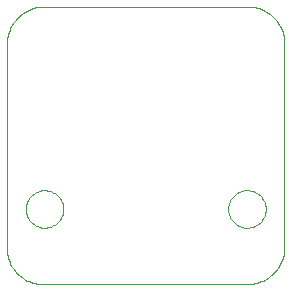
<source format=gtp>
G75*
G70*
%OFA0B0*%
%FSLAX24Y24*%
%IPPOS*%
%LPD*%
%AMOC8*
5,1,8,0,0,1.08239X$1,22.5*
%
%ADD10C,0.0000*%
D10*
X001905Y000705D02*
X008655Y000705D01*
X008723Y000707D01*
X008790Y000712D01*
X008857Y000721D01*
X008924Y000734D01*
X008989Y000751D01*
X009054Y000770D01*
X009118Y000794D01*
X009180Y000821D01*
X009241Y000851D01*
X009299Y000884D01*
X009356Y000920D01*
X009411Y000960D01*
X009464Y001002D01*
X009515Y001048D01*
X009562Y001095D01*
X009608Y001146D01*
X009650Y001199D01*
X009690Y001254D01*
X009726Y001311D01*
X009759Y001369D01*
X009789Y001430D01*
X009816Y001492D01*
X009840Y001556D01*
X009859Y001621D01*
X009876Y001686D01*
X009889Y001753D01*
X009898Y001820D01*
X009903Y001887D01*
X009905Y001955D01*
X009905Y008705D01*
X009903Y008773D01*
X009898Y008840D01*
X009889Y008907D01*
X009876Y008974D01*
X009859Y009039D01*
X009840Y009104D01*
X009816Y009168D01*
X009789Y009230D01*
X009759Y009291D01*
X009726Y009349D01*
X009690Y009406D01*
X009650Y009461D01*
X009608Y009514D01*
X009562Y009565D01*
X009515Y009612D01*
X009464Y009658D01*
X009411Y009700D01*
X009356Y009740D01*
X009299Y009776D01*
X009241Y009809D01*
X009180Y009839D01*
X009118Y009866D01*
X009054Y009890D01*
X008989Y009909D01*
X008924Y009926D01*
X008857Y009939D01*
X008790Y009948D01*
X008723Y009953D01*
X008655Y009955D01*
X001905Y009955D01*
X001837Y009953D01*
X001770Y009948D01*
X001703Y009939D01*
X001636Y009926D01*
X001571Y009909D01*
X001506Y009890D01*
X001442Y009866D01*
X001380Y009839D01*
X001319Y009809D01*
X001261Y009776D01*
X001204Y009740D01*
X001149Y009700D01*
X001096Y009658D01*
X001045Y009612D01*
X000998Y009565D01*
X000952Y009514D01*
X000910Y009461D01*
X000870Y009406D01*
X000834Y009349D01*
X000801Y009291D01*
X000771Y009230D01*
X000744Y009168D01*
X000720Y009104D01*
X000701Y009039D01*
X000684Y008974D01*
X000671Y008907D01*
X000662Y008840D01*
X000657Y008773D01*
X000655Y008705D01*
X000655Y001955D01*
X000656Y001955D02*
X000654Y001889D01*
X000656Y001823D01*
X000662Y001757D01*
X000671Y001691D01*
X000684Y001626D01*
X000701Y001561D01*
X000721Y001498D01*
X000745Y001436D01*
X000772Y001376D01*
X000803Y001317D01*
X000837Y001259D01*
X000874Y001204D01*
X000914Y001151D01*
X000957Y001101D01*
X001002Y001052D01*
X001051Y001007D01*
X001101Y000964D01*
X001154Y000924D01*
X001209Y000887D01*
X001267Y000853D01*
X001326Y000822D01*
X001386Y000795D01*
X001448Y000771D01*
X001511Y000751D01*
X001576Y000734D01*
X001641Y000721D01*
X001707Y000712D01*
X001773Y000706D01*
X001839Y000704D01*
X001905Y000706D01*
X001280Y003205D02*
X001282Y003255D01*
X001288Y003304D01*
X001298Y003353D01*
X001311Y003400D01*
X001329Y003447D01*
X001350Y003492D01*
X001374Y003535D01*
X001402Y003576D01*
X001433Y003615D01*
X001467Y003651D01*
X001504Y003685D01*
X001544Y003715D01*
X001585Y003742D01*
X001629Y003766D01*
X001674Y003786D01*
X001721Y003802D01*
X001769Y003815D01*
X001818Y003824D01*
X001868Y003829D01*
X001917Y003830D01*
X001967Y003827D01*
X002016Y003820D01*
X002065Y003809D01*
X002112Y003795D01*
X002158Y003776D01*
X002203Y003754D01*
X002246Y003729D01*
X002286Y003700D01*
X002324Y003668D01*
X002360Y003634D01*
X002393Y003596D01*
X002422Y003556D01*
X002448Y003514D01*
X002471Y003470D01*
X002490Y003424D01*
X002506Y003377D01*
X002518Y003328D01*
X002526Y003279D01*
X002530Y003230D01*
X002530Y003180D01*
X002526Y003131D01*
X002518Y003082D01*
X002506Y003033D01*
X002490Y002986D01*
X002471Y002940D01*
X002448Y002896D01*
X002422Y002854D01*
X002393Y002814D01*
X002360Y002776D01*
X002324Y002742D01*
X002286Y002710D01*
X002246Y002681D01*
X002203Y002656D01*
X002158Y002634D01*
X002112Y002615D01*
X002065Y002601D01*
X002016Y002590D01*
X001967Y002583D01*
X001917Y002580D01*
X001868Y002581D01*
X001818Y002586D01*
X001769Y002595D01*
X001721Y002608D01*
X001674Y002624D01*
X001629Y002644D01*
X001585Y002668D01*
X001544Y002695D01*
X001504Y002725D01*
X001467Y002759D01*
X001433Y002795D01*
X001402Y002834D01*
X001374Y002875D01*
X001350Y002918D01*
X001329Y002963D01*
X001311Y003010D01*
X001298Y003057D01*
X001288Y003106D01*
X001282Y003155D01*
X001280Y003205D01*
X008030Y003205D02*
X008032Y003255D01*
X008038Y003304D01*
X008048Y003353D01*
X008061Y003400D01*
X008079Y003447D01*
X008100Y003492D01*
X008124Y003535D01*
X008152Y003576D01*
X008183Y003615D01*
X008217Y003651D01*
X008254Y003685D01*
X008294Y003715D01*
X008335Y003742D01*
X008379Y003766D01*
X008424Y003786D01*
X008471Y003802D01*
X008519Y003815D01*
X008568Y003824D01*
X008618Y003829D01*
X008667Y003830D01*
X008717Y003827D01*
X008766Y003820D01*
X008815Y003809D01*
X008862Y003795D01*
X008908Y003776D01*
X008953Y003754D01*
X008996Y003729D01*
X009036Y003700D01*
X009074Y003668D01*
X009110Y003634D01*
X009143Y003596D01*
X009172Y003556D01*
X009198Y003514D01*
X009221Y003470D01*
X009240Y003424D01*
X009256Y003377D01*
X009268Y003328D01*
X009276Y003279D01*
X009280Y003230D01*
X009280Y003180D01*
X009276Y003131D01*
X009268Y003082D01*
X009256Y003033D01*
X009240Y002986D01*
X009221Y002940D01*
X009198Y002896D01*
X009172Y002854D01*
X009143Y002814D01*
X009110Y002776D01*
X009074Y002742D01*
X009036Y002710D01*
X008996Y002681D01*
X008953Y002656D01*
X008908Y002634D01*
X008862Y002615D01*
X008815Y002601D01*
X008766Y002590D01*
X008717Y002583D01*
X008667Y002580D01*
X008618Y002581D01*
X008568Y002586D01*
X008519Y002595D01*
X008471Y002608D01*
X008424Y002624D01*
X008379Y002644D01*
X008335Y002668D01*
X008294Y002695D01*
X008254Y002725D01*
X008217Y002759D01*
X008183Y002795D01*
X008152Y002834D01*
X008124Y002875D01*
X008100Y002918D01*
X008079Y002963D01*
X008061Y003010D01*
X008048Y003057D01*
X008038Y003106D01*
X008032Y003155D01*
X008030Y003205D01*
M02*

</source>
